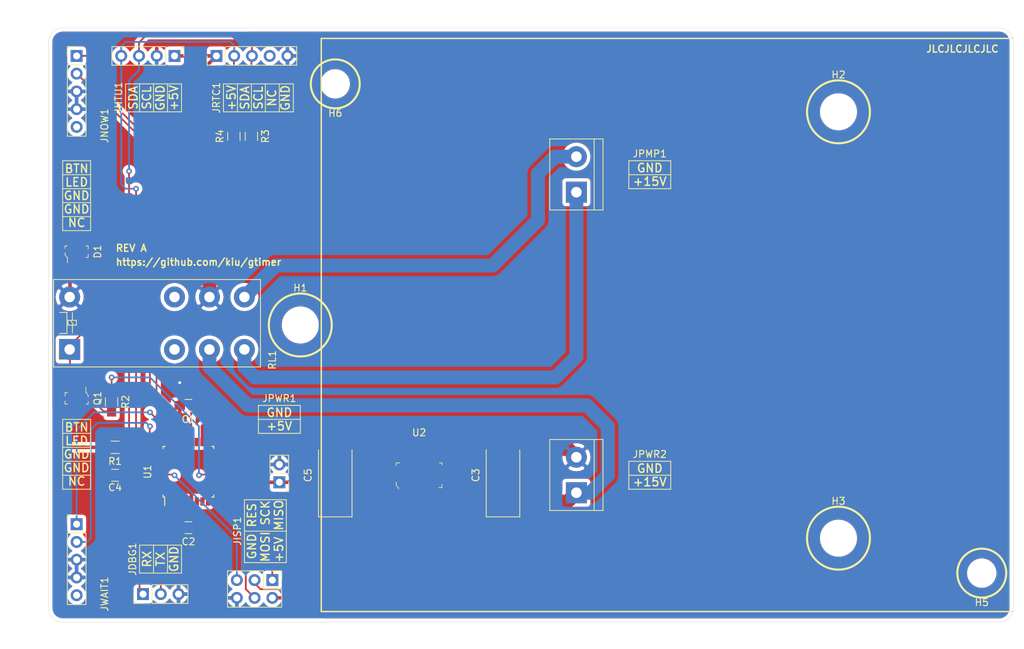
<source format=kicad_pcb>
(kicad_pcb (version 20171130) (host pcbnew "(5.1.8)-1")
  (title_block (title https://github.com/kiu/gtimer) (company @kiu112))
  (layers (0 F.Cu signal) (31 B.Cu signal) (34 B.Paste user) (35 F.Paste user) (36 B.SilkS user) (37 F.SilkS user) (38 B.Mask user) (39 F.Mask user) (44 Edge.Cuts user))
  (net 0 "")
  (net 1 GND)
  (net 2 "Net-(C1-Pad2)")
  (net 3 +5V)
  (net 4 +15V)
  (net 5 ISP_RES)
  (net 6 "Net-(D1-Pad2)")
  (net 7 BTN_NOW)
  (net 8 BTN_NOW_LED)
  (net 9 TWI_SCL)
  (net 10 TWI_SDA)
  (net 11 BTN_WAIT)
  (net 12 BTN_WAIT_LED)
  (net 13 DBG_RX)
  (net 14 DBG_TX)
  (net 15 ISP_MISO)
  (net 16 ISP_SCK)
  (net 17 ISP_MOSI)
  (net 18 "Net-(Q1-Pad1)")
  (net 19 RELAY)
  (net 20 "Net-(JPMP1-Pad1)")
  (net 21 "Net-(JPMP1-Pad2)")
  (module Pin_Headers:Pin_Header_Straight_1x05_Pitch2.54mm (layer F.Cu) (at 26 91)
    (fp_text reference JWAIT1 (at 4 10 90) (layer F.SilkS))
    (fp_text value Conn_01x04)
    (fp_line (start -1.33 11.49) (end 1.33 11.49) (layer F.SilkS) (width 0.12))
    (fp_line (start -1.33 1.27) (end -1.33 11.49) (layer F.SilkS) (width 0.12))
    (fp_line (start 1.33 1.27) (end 1.33 11.49) (layer F.SilkS) (width 0.12))
    (fp_line (start -1.33 1.27) (end 1.33 1.27) (layer F.SilkS) (width 0.12))
    (fp_line (start -1.33 0) (end -1.33 -1.33) (layer F.SilkS) (width 0.12))
    (fp_line (start -1.33 -1.33) (end 0 -1.33) (layer F.SilkS) (width 0.12))
    (pad 1 thru_hole rect (at 0 0) (size 1.7 1.7) (drill 1) (layers *.Cu *.Mask) (net 11 BTN_WAIT))
    (pad 2 thru_hole oval (at 0 2.54) (size 1.7 1.7) (drill 1) (layers *.Cu *.Mask) (net 12 BTN_WAIT_LED))
    (pad 3 thru_hole oval (at 0 5.08) (size 1.7 1.7) (drill 1) (layers *.Cu *.Mask) (net 1 GND))
    (pad 4 thru_hole oval (at 0 7.62) (size 1.7 1.7) (drill 1) (layers *.Cu *.Mask) (net 1 GND))
    (pad 5 thru_hole oval (at 0 10.16) (size 1.7 1.7) (drill 1) (layers *.Cu *.Mask))
  )
  (module Pin_Headers:Pin_Header_Straight_1x05_Pitch2.54mm (layer F.Cu) (at 26 24)
    (fp_text reference JNOW1 (at 4 10 90) (layer F.SilkS))
    (fp_text value Conn_01x04)
    (fp_line (start -1.33 11.49) (end 1.33 11.49) (layer F.SilkS) (width 0.12))
    (fp_line (start -1.33 1.27) (end -1.33 11.49) (layer F.SilkS) (width 0.12))
    (fp_line (start 1.33 1.27) (end 1.33 11.49) (layer F.SilkS) (width 0.12))
    (fp_line (start -1.33 1.27) (end 1.33 1.27) (layer F.SilkS) (width 0.12))
    (fp_line (start -1.33 0) (end -1.33 -1.33) (layer F.SilkS) (width 0.12))
    (fp_line (start -1.33 -1.33) (end 0 -1.33) (layer F.SilkS) (width 0.12))
    (pad 1 thru_hole rect (at 0 0) (size 1.7 1.7) (drill 1) (layers *.Cu *.Mask) (net 7 BTN_NOW))
    (pad 2 thru_hole oval (at 0 2.54) (size 1.7 1.7) (drill 1) (layers *.Cu *.Mask) (net 8 BTN_NOW_LED))
    (pad 3 thru_hole oval (at 0 5.08) (size 1.7 1.7) (drill 1) (layers *.Cu *.Mask) (net 1 GND))
    (pad 4 thru_hole oval (at 0 7.62) (size 1.7 1.7) (drill 1) (layers *.Cu *.Mask) (net 1 GND))
    (pad 5 thru_hole oval (at 0 10.16) (size 1.7 1.7) (drill 1) (layers *.Cu *.Mask))
  )
  (module digikey-footprints:SOT-23-3 (layer F.Cu) (at 26 52 90)
    (fp_text reference D1 (at 0 3 270) (layer F.SilkS))
    (fp_text value BAV99)
    (fp_line (start -0.175 -1.65) (end -0.45 -1.65) (layer F.SilkS) (width 0.1))
    (fp_line (start -0.45 -1.65) (end -0.825 -1.375) (layer F.SilkS) (width 0.1))
    (fp_line (start -0.825 -1.375) (end -0.825 -1.325) (layer F.SilkS) (width 0.1))
    (fp_line (start -0.825 -1.325) (end -1.6 -1.325) (layer F.SilkS) (width 0.1))
    (fp_line (start -0.35 1.65) (end -0.825 1.65) (layer F.SilkS) (width 0.1))
    (fp_line (start -0.825 1.65) (end -0.825 1.3) (layer F.SilkS) (width 0.1))
    (fp_line (start 0.825 1.425) (end 0.825 1.3) (layer F.SilkS) (width 0.1))
    (fp_line (start 0.825 1.35) (end 0.825 1.65) (layer F.SilkS) (width 0.1))
    (fp_line (start 0.825 1.65) (end 0.375 1.65) (layer F.SilkS) (width 0.1))
    (fp_line (start 0.45 -1.65) (end 0.825 -1.65) (layer F.SilkS) (width 0.1))
    (fp_line (start 0.825 -1.65) (end 0.825 -1.35) (layer F.SilkS) (width 0.1))
    (pad 1 smd rect (at -1.05 -0.95 90) (size 1.3 0.6) (layers F.Cu F.Paste F.Mask) (net 1 GND))
    (pad 2 smd rect (at -1.05 0.95 90) (size 1.3 0.6) (layers F.Cu F.Paste F.Mask) (net 6 "Net-(D1-Pad2)"))
    (pad 3 smd rect (at 1.05 0 90) (size 1.3 0.6) (layers F.Cu F.Paste F.Mask))
  )
  (module Mounting_Holes:MountingHole_3.2mm_M3 (layer F.Cu) (at 63 28 180)
    (fp_text reference H6 (at 0 -4.2) (layer F.SilkS))
    (fp_text value MountingHole)
    (pad 1 np_thru_hole circle (at 0 0 180) (size 3.2 3.2) (drill 3.2) (layers *.Cu *.Mask))
  )
  (module Mounting_Holes:MountingHole_3.2mm_M3 (layer F.Cu) (at 155.5 98 180)
    (fp_text reference H5 (at 0 -4.2) (layer F.SilkS))
    (fp_text value MountingHole)
    (pad 1 np_thru_hole circle (at 0 0 180) (size 3.2 3.2) (drill 3.2) (layers *.Cu *.Mask))
  )
  (module Mounting_Holes:MountingHole_4.3mm_M4 (layer F.Cu) (at 135 93)
    (fp_text reference H3 (at 0 -5.3) (layer F.SilkS))
    (fp_text value MountingHole)
    (pad 1 np_thru_hole circle (at 0 0) (size 4.3 4.3) (drill 4.3) (layers *.Cu *.Mask))
  )
  (module Mounting_Holes:MountingHole_4.3mm_M4 (layer F.Cu) (at 135 32)
    (fp_text reference H2 (at 0 -5.3) (layer F.SilkS))
    (fp_text value MountingHole)
    (pad 1 np_thru_hole circle (at 0 0) (size 4.3 4.3) (drill 4.3) (layers *.Cu *.Mask))
  )
  (module Mounting_Holes:MountingHole_4.3mm_M4 (layer F.Cu) (at 58 62.5)
    (fp_text reference H1 (at 0 -5.3) (layer F.SilkS))
    (fp_text value MountingHole)
    (pad 1 np_thru_hole circle (at 0 0) (size 4.3 4.3) (drill 4.3) (layers *.Cu *.Mask))
  )
  (module Pin_Headers:Pin_Header_Straight_1x05_Pitch2.54mm (layer F.Cu) (at 46 24 90)
    (fp_text reference JRTC1 (at -6 0 90) (layer F.SilkS))
    (fp_text value Conn_01x05)
    (fp_line (start -1.33 11.49) (end 1.33 11.49) (layer F.SilkS) (width 0.12))
    (fp_line (start -1.33 1.27) (end -1.33 11.49) (layer F.SilkS) (width 0.12))
    (fp_line (start 1.33 1.27) (end 1.33 11.49) (layer F.SilkS) (width 0.12))
    (fp_line (start -1.33 1.27) (end 1.33 1.27) (layer F.SilkS) (width 0.12))
    (fp_line (start -1.33 0) (end -1.33 -1.33) (layer F.SilkS) (width 0.12))
    (fp_line (start -1.33 -1.33) (end 0 -1.33) (layer F.SilkS) (width 0.12))
    (pad 1 thru_hole rect (at 0 0 90) (size 1.7 1.7) (drill 1) (layers *.Cu *.Mask) (net 3 +5V))
    (pad 2 thru_hole oval (at 0 2.54 90) (size 1.7 1.7) (drill 1) (layers *.Cu *.Mask) (net 10 TWI_SDA))
    (pad 3 thru_hole oval (at 0 5.08 90) (size 1.7 1.7) (drill 1) (layers *.Cu *.Mask) (net 9 TWI_SCL))
    (pad 4 thru_hole oval (at 0 7.62 90) (size 1.7 1.7) (drill 1) (layers *.Cu *.Mask))
    (pad 5 thru_hole oval (at 0 10.16 90) (size 1.7 1.7) (drill 1) (layers *.Cu *.Mask) (net 1 GND))
  )
  (module Terminal_Blocks:TerminalBlock_bornier-2_P5.08mm (layer F.Cu) (at 97.5 43.5 90)
    (fp_text reference JPMP1 (at 5.5 10.5 180) (layer F.SilkS))
    (fp_text value Screw_Terminal_01x02)
    (fp_line (start 7.62 2.54) (end -2.54 2.54) (layer F.SilkS) (width 0.12))
    (fp_line (start 7.62 3.81) (end 7.62 -3.81) (layer F.SilkS) (width 0.12))
    (fp_line (start 7.62 -3.81) (end -2.54 -3.81) (layer F.SilkS) (width 0.12))
    (fp_line (start -2.54 -3.81) (end -2.54 3.81) (layer F.SilkS) (width 0.12))
    (fp_line (start -2.54 3.81) (end 7.62 3.81) (layer F.SilkS) (width 0.12))
    (pad 1 thru_hole rect (at 0 0 90) (size 3 3) (drill 1.52) (layers *.Cu *.Mask) (net 20 "Net-(JPMP1-Pad1)"))
    (pad 2 thru_hole circle (at 5.08 0 90) (size 3 3) (drill 1.52) (layers *.Cu *.Mask) (net 21 "Net-(JPMP1-Pad2)"))
  )
  (module Terminal_Blocks:TerminalBlock_bornier-2_P5.08mm (layer F.Cu) (at 97.5 86.5 90)
    (fp_text reference JPWR2 (at 5.5 10.5 180) (layer F.SilkS))
    (fp_text value Screw_Terminal_01x02)
    (fp_line (start 7.62 2.54) (end -2.54 2.54) (layer F.SilkS) (width 0.12))
    (fp_line (start 7.62 3.81) (end 7.62 -3.81) (layer F.SilkS) (width 0.12))
    (fp_line (start 7.62 -3.81) (end -2.54 -3.81) (layer F.SilkS) (width 0.12))
    (fp_line (start -2.54 -3.81) (end -2.54 3.81) (layer F.SilkS) (width 0.12))
    (fp_line (start -2.54 3.81) (end 7.62 3.81) (layer F.SilkS) (width 0.12))
    (pad 1 thru_hole rect (at 0 0 90) (size 3 3) (drill 1.52) (layers *.Cu *.Mask) (net 4 +15V))
    (pad 2 thru_hole circle (at 5.08 0 90) (size 3 3) (drill 1.52) (layers *.Cu *.Mask) (net 1 GND))
  )
  (module digikey-footprints:SOT-223 (layer F.Cu) (at 75 84)
    (fp_text reference U2 (at 0 -6.1) (layer F.SilkS))
    (fp_text value NCP1117ST50T3G)
    (fp_line (start -3.275 0.975) (end -3.275 1.45) (layer F.SilkS) (width 0.1))
    (fp_line (start -3.275 1.45) (end -2.975 1.775) (layer F.SilkS) (width 0.1))
    (fp_line (start -2.975 1.775) (end -2.975 1.97) (layer F.SilkS) (width 0.1))
    (fp_line (start 3.275 1.3) (end 3.275 1.775) (layer F.SilkS) (width 0.1))
    (fp_line (start 3.275 1.775) (end 2.825 1.775) (layer F.SilkS) (width 0.1))
    (fp_line (start -2.775 -1.775) (end -3.275 -1.775) (layer F.SilkS) (width 0.1))
    (fp_line (start -3.275 -1.775) (end -3.275 -1.375) (layer F.SilkS) (width 0.1))
    (fp_line (start 2.9 -1.775) (end 3.275 -1.775) (layer F.SilkS) (width 0.1))
    (fp_line (start 3.275 -1.775) (end 3.275 -1.475) (layer F.SilkS) (width 0.1))
    (pad 4 smd rect (at 0 -3.15) (size 3.8 2.2) (layers F.Cu F.Paste F.Mask) (net 3 +5V))
    (pad 1 smd rect (at -2.3 3.15) (size 1.5 2.2) (layers F.Cu F.Paste F.Mask) (net 1 GND))
    (pad 2 smd rect (at 0 3.15) (size 1.5 2.2) (layers F.Cu F.Paste F.Mask) (net 3 +5V))
    (pad 3 smd rect (at 2.3 3.15) (size 1.5 2.2) (layers F.Cu F.Paste F.Mask) (net 4 +15V))
  )
  (module Housings_QFP:LQFP-32_7x7mm_Pitch0.8mm (layer F.Cu) (at 42 83.5 90)
    (fp_text reference U1 (at 0 -5.85 90) (layer F.SilkS))
    (fp_text value ATmega328PB-AU)
    (fp_line (start -3.625 -3.4) (end -4.85 -3.4) (layer F.SilkS) (width 0.15))
    (fp_line (start 3.625 -3.625) (end 3.325 -3.625) (layer F.SilkS) (width 0.15))
    (fp_line (start 3.625 3.625) (end 3.325 3.625) (layer F.SilkS) (width 0.15))
    (fp_line (start -3.625 3.625) (end -3.325 3.625) (layer F.SilkS) (width 0.15))
    (fp_line (start -3.625 -3.625) (end -3.325 -3.625) (layer F.SilkS) (width 0.15))
    (fp_line (start -3.625 3.625) (end -3.625 3.325) (layer F.SilkS) (width 0.15))
    (fp_line (start 3.625 3.625) (end 3.625 3.325) (layer F.SilkS) (width 0.15))
    (fp_line (start 3.625 -3.625) (end 3.625 -3.325) (layer F.SilkS) (width 0.15))
    (fp_line (start -3.625 -3.625) (end -3.625 -3.4) (layer F.SilkS) (width 0.15))
    (pad 1 smd rect (at -4.25 -2.8 90) (size 1.2 0.6) (layers F.Cu F.Paste F.Mask))
    (pad 2 smd rect (at -4.25 -2 90) (size 1.2 0.6) (layers F.Cu F.Paste F.Mask))
    (pad 3 smd rect (at -4.25 -1.2 90) (size 1.2 0.6) (layers F.Cu F.Paste F.Mask))
    (pad 4 smd rect (at -4.25 -0.4 90) (size 1.2 0.6) (layers F.Cu F.Paste F.Mask) (net 3 +5V))
    (pad 5 smd rect (at -4.25 0.4 90) (size 1.2 0.6) (layers F.Cu F.Paste F.Mask) (net 1 GND))
    (pad 6 smd rect (at -4.25 1.2 90) (size 1.2 0.6) (layers F.Cu F.Paste F.Mask))
    (pad 7 smd rect (at -4.25 2 90) (size 1.2 0.6) (layers F.Cu F.Paste F.Mask))
    (pad 8 smd rect (at -4.25 2.8 90) (size 1.2 0.6) (layers F.Cu F.Paste F.Mask))
    (pad 9 smd rect (at -2.8 4.25 180) (size 1.2 0.6) (layers F.Cu F.Paste F.Mask))
    (pad 10 smd rect (at -2 4.25 180) (size 1.2 0.6) (layers F.Cu F.Paste F.Mask))
    (pad 11 smd rect (at -1.2 4.25 180) (size 1.2 0.6) (layers F.Cu F.Paste F.Mask))
    (pad 12 smd rect (at -0.4 4.25 180) (size 1.2 0.6) (layers F.Cu F.Paste F.Mask) (net 19 RELAY))
    (pad 13 smd rect (at 0.4 4.25 180) (size 1.2 0.6) (layers F.Cu F.Paste F.Mask))
    (pad 14 smd rect (at 1.2 4.25 180) (size 1.2 0.6) (layers F.Cu F.Paste F.Mask))
    (pad 15 smd rect (at 2 4.25 180) (size 1.2 0.6) (layers F.Cu F.Paste F.Mask) (net 17 ISP_MOSI))
    (pad 16 smd rect (at 2.8 4.25 180) (size 1.2 0.6) (layers F.Cu F.Paste F.Mask) (net 15 ISP_MISO))
    (pad 17 smd rect (at 4.25 2.8 90) (size 1.2 0.6) (layers F.Cu F.Paste F.Mask) (net 16 ISP_SCK))
    (pad 18 smd rect (at 4.25 2 90) (size 1.2 0.6) (layers F.Cu F.Paste F.Mask) (net 3 +5V))
    (pad 19 smd rect (at 4.25 1.2 90) (size 1.2 0.6) (layers F.Cu F.Paste F.Mask))
    (pad 20 smd rect (at 4.25 0.4 90) (size 1.2 0.6) (layers F.Cu F.Paste F.Mask) (net 2 "Net-(C1-Pad2)"))
    (pad 21 smd rect (at 4.25 -0.4 90) (size 1.2 0.6) (layers F.Cu F.Paste F.Mask) (net 1 GND))
    (pad 22 smd rect (at 4.25 -1.2 90) (size 1.2 0.6) (layers F.Cu F.Paste F.Mask))
    (pad 23 smd rect (at 4.25 -2 90) (size 1.2 0.6) (layers F.Cu F.Paste F.Mask) (net 7 BTN_NOW))
    (pad 24 smd rect (at 4.25 -2.8 90) (size 1.2 0.6) (layers F.Cu F.Paste F.Mask) (net 8 BTN_NOW_LED))
    (pad 25 smd rect (at 2.8 -4.25 180) (size 1.2 0.6) (layers F.Cu F.Paste F.Mask) (net 11 BTN_WAIT))
    (pad 26 smd rect (at 2 -4.25 180) (size 1.2 0.6) (layers F.Cu F.Paste F.Mask) (net 12 BTN_WAIT_LED))
    (pad 27 smd rect (at 1.2 -4.25 180) (size 1.2 0.6) (layers F.Cu F.Paste F.Mask) (net 10 TWI_SDA))
    (pad 28 smd rect (at 0.4 -4.25 180) (size 1.2 0.6) (layers F.Cu F.Paste F.Mask) (net 9 TWI_SCL))
    (pad 29 smd rect (at -0.4 -4.25 180) (size 1.2 0.6) (layers F.Cu F.Paste F.Mask) (net 5 ISP_RES))
    (pad 30 smd rect (at -1.2 -4.25 180) (size 1.2 0.6) (layers F.Cu F.Paste F.Mask) (net 13 DBG_RX))
    (pad 31 smd rect (at -2 -4.25 180) (size 1.2 0.6) (layers F.Cu F.Paste F.Mask) (net 14 DBG_TX))
    (pad 32 smd rect (at -2.8 -4.25 180) (size 1.2 0.6) (layers F.Cu F.Paste F.Mask))
  )
  (module kiu-footprints:Relay_DPDT_Omron_G2RL-24 (layer F.Cu) (at 25 66 90)
    (fp_text reference RL1 (at -1.5 29 90) (layer F.SilkS))
    (fp_text value G2RL-24-DC5)
    (fp_line (start 4.17 -0.24) (end 3.47 -0.24) (layer F.SilkS) (width 0.12))
    (fp_line (start 4.17 0.96) (end 4.17 -0.24) (layer F.SilkS) (width 0.12))
    (fp_line (start 3.47 0.96) (end 4.17 0.96) (layer F.SilkS) (width 0.12))
    (fp_line (start 3.47 -0.24) (end 3.47 0.96) (layer F.SilkS) (width 0.12))
    (fp_line (start 3.47 0.56) (end 4.17 0.16) (layer F.SilkS) (width 0.12))
    (fp_line (start 4.17 0.39) (end 5.27 0.39) (layer F.SilkS) (width 0.12))
    (fp_line (start 3.47 0.39) (end 2.37 0.39) (layer F.SilkS) (width 0.12))
    (fp_line (start 5.3 -0.39) (end 5.3 -1.45) (layer F.SilkS) (width 0.12))
    (fp_line (start 2.3 -0.39) (end 5.3 -0.39) (layer F.SilkS) (width 0.12))
    (fp_line (start 2.3 -1.45) (end 2.3 -0.41) (layer F.SilkS) (width 0.12))
    (fp_line (start -2.5 -2.3) (end 10 -2.3) (layer F.SilkS) (width 0.12))
    (fp_line (start 10 -2.3) (end 10 27.3) (layer F.SilkS) (width 0.12))
    (fp_line (start -2.5 27.3) (end 10 27.3) (layer F.SilkS) (width 0.12))
    (fp_line (start -2.5 -2.3) (end -2.5 27.3) (layer F.SilkS) (width 0.12))
    (fp_line (start -1.51 -0.3) (end -1.51 -1.6) (layer F.SilkS) (width 0.12))
    (fp_line (start -1.51 -1.6) (end -0.3 -1.6) (layer F.SilkS) (width 0.12))
    (pad 1 thru_hole rect (at 0 0 90) (size 3 3) (drill 1.5) (layers *.Cu *.Mask) (net 6 "Net-(D1-Pad2)"))
    (pad 8 thru_hole circle (at 7.5 0 90) (size 3 3) (drill 1.5) (layers *.Cu *.Mask) (net 1 GND))
    (pad 3 thru_hole circle (at 0 20 90) (size 3 3) (drill 1.5) (layers *.Cu *.Mask) (net 4 +15V))
    (pad 4 thru_hole circle (at 0 25 90) (size 3 3) (drill 1.5) (layers *.Cu *.Mask) (net 20 "Net-(JPMP1-Pad1)"))
    (pad 2 thru_hole circle (at 0 15 90) (size 3 3) (drill 1.5) (layers *.Cu *.Mask))
    (pad 6 thru_hole circle (at 7.5 20 90) (size 3 3) (drill 1.5) (layers *.Cu *.Mask) (net 1 GND))
    (pad 5 thru_hole circle (at 7.5 25 90) (size 3 3) (drill 1.5) (layers *.Cu *.Mask) (net 21 "Net-(JPMP1-Pad2)"))
    (pad 7 thru_hole circle (at 7.5 15 90) (size 3 3) (drill 1.5) (layers *.Cu *.Mask))
  )
  (module Resistors_SMD:R_0805_HandSoldering (layer F.Cu) (at 48.5 35.5 90)
    (fp_text reference R4 (at 0 -2 90) (layer F.SilkS))
    (fp_text value 10k)
    (fp_line (start -0.6 -0.88) (end 0.6 -0.88) (layer F.SilkS) (width 0.12))
    (fp_line (start 0.6 0.88) (end -0.6 0.88) (layer F.SilkS) (width 0.12))
    (pad 1 smd rect (at -1.35 0 90) (size 1.5 1.3) (layers F.Cu F.Paste F.Mask) (net 3 +5V))
    (pad 2 smd rect (at 1.35 0 90) (size 1.5 1.3) (layers F.Cu F.Paste F.Mask) (net 10 TWI_SDA))
  )
  (module Resistors_SMD:R_0805_HandSoldering (layer F.Cu) (at 51 35.5 90)
    (fp_text reference R3 (at 0 2 90) (layer F.SilkS))
    (fp_text value 10k)
    (fp_line (start -0.6 -0.88) (end 0.6 -0.88) (layer F.SilkS) (width 0.12))
    (fp_line (start 0.6 0.88) (end -0.6 0.88) (layer F.SilkS) (width 0.12))
    (pad 1 smd rect (at -1.35 0 90) (size 1.5 1.3) (layers F.Cu F.Paste F.Mask) (net 3 +5V))
    (pad 2 smd rect (at 1.35 0 90) (size 1.5 1.3) (layers F.Cu F.Paste F.Mask) (net 9 TWI_SCL))
  )
  (module Resistors_SMD:R_0805_HandSoldering (layer F.Cu) (at 31 73.5 90)
    (fp_text reference R2 (at 0 2 90) (layer F.SilkS))
    (fp_text value 1k)
    (fp_line (start -0.6 -0.88) (end 0.6 -0.88) (layer F.SilkS) (width 0.12))
    (fp_line (start 0.6 0.88) (end -0.6 0.88) (layer F.SilkS) (width 0.12))
    (pad 1 smd rect (at -1.35 0 90) (size 1.5 1.3) (layers F.Cu F.Paste F.Mask) (net 18 "Net-(Q1-Pad1)"))
    (pad 2 smd rect (at 1.35 0 90) (size 1.5 1.3) (layers F.Cu F.Paste F.Mask) (net 19 RELAY))
  )
  (module Resistors_SMD:R_0805_HandSoldering (layer F.Cu) (at 31.5 80)
    (fp_text reference R1 (at 0 2) (layer F.SilkS))
    (fp_text value 10k)
    (fp_line (start -0.6 -0.88) (end 0.6 -0.88) (layer F.SilkS) (width 0.12))
    (fp_line (start 0.6 0.88) (end -0.6 0.88) (layer F.SilkS) (width 0.12))
    (pad 1 smd rect (at -1.35 0) (size 1.5 1.3) (layers F.Cu F.Paste F.Mask) (net 3 +5V))
    (pad 2 smd rect (at 1.35 0) (size 1.5 1.3) (layers F.Cu F.Paste F.Mask) (net 5 ISP_RES))
  )
  (module digikey-footprints:SOT-23-3 (layer F.Cu) (at 26 73 270)
    (fp_text reference Q1 (at 0 -3 270) (layer F.SilkS))
    (fp_text value BC847)
    (fp_line (start -0.175 -1.65) (end -0.45 -1.65) (layer F.SilkS) (width 0.1))
    (fp_line (start -0.45 -1.65) (end -0.825 -1.375) (layer F.SilkS) (width 0.1))
    (fp_line (start -0.825 -1.375) (end -0.825 -1.325) (layer F.SilkS) (width 0.1))
    (fp_line (start -0.825 -1.325) (end -1.6 -1.325) (layer F.SilkS) (width 0.1))
    (fp_line (start -0.35 1.65) (end -0.825 1.65) (layer F.SilkS) (width 0.1))
    (fp_line (start -0.825 1.65) (end -0.825 1.3) (layer F.SilkS) (width 0.1))
    (fp_line (start 0.825 1.425) (end 0.825 1.3) (layer F.SilkS) (width 0.1))
    (fp_line (start 0.825 1.35) (end 0.825 1.65) (layer F.SilkS) (width 0.1))
    (fp_line (start 0.825 1.65) (end 0.375 1.65) (layer F.SilkS) (width 0.1))
    (fp_line (start 0.45 -1.65) (end 0.825 -1.65) (layer F.SilkS) (width 0.1))
    (fp_line (start 0.825 -1.65) (end 0.825 -1.35) (layer F.SilkS) (width 0.1))
    (pad 1 smd rect (at -1.05 -0.95 270) (size 1.3 0.6) (layers F.Cu F.Paste F.Mask) (net 18 "Net-(Q1-Pad1)"))
    (pad 2 smd rect (at -1.05 0.95 270) (size 1.3 0.6) (layers F.Cu F.Paste F.Mask) (net 6 "Net-(D1-Pad2)"))
    (pad 3 smd rect (at 1.05 0 270) (size 1.3 0.6) (layers F.Cu F.Paste F.Mask) (net 3 +5V))
  )
  (module Pin_Headers:Pin_Header_Straight_1x02_Pitch2.54mm (layer F.Cu) (at 55 85 180)
    (fp_text reference JPWR1 (at 0 12 180) (layer F.SilkS))
    (fp_text value Conn_01x02)
    (fp_line (start -1.33 -1.33) (end 0 -1.33) (layer F.SilkS) (width 0.12))
    (fp_line (start -1.33 0) (end -1.33 -1.33) (layer F.SilkS) (width 0.12))
    (fp_line (start -1.33 1.27) (end 1.33 1.27) (layer F.SilkS) (width 0.12))
    (fp_line (start 1.33 1.27) (end 1.33 3.87) (layer F.SilkS) (width 0.12))
    (fp_line (start -1.33 1.27) (end -1.33 3.87) (layer F.SilkS) (width 0.12))
    (fp_line (start -1.33 3.87) (end 1.33 3.87) (layer F.SilkS) (width 0.12))
    (pad 1 thru_hole rect (at 0 0 180) (size 1.7 1.7) (drill 1) (layers *.Cu *.Mask) (net 3 +5V))
    (pad 2 thru_hole oval (at 0 2.54 180) (size 1.7 1.7) (drill 1) (layers *.Cu *.Mask) (net 1 GND))
  )
  (module Pin_Headers:Pin_Header_Straight_2x03_Pitch2.54mm (layer F.Cu) (at 54 99 270)
    (fp_text reference JISP1 (at -7 5 90) (layer F.SilkS))
    (fp_text value Conn_02x03_Odd_Even)
    (fp_line (start -1.33 -1.33) (end 0 -1.33) (layer F.SilkS) (width 0.12))
    (fp_line (start -1.33 0) (end -1.33 -1.33) (layer F.SilkS) (width 0.12))
    (fp_line (start 1.27 -1.33) (end 3.87 -1.33) (layer F.SilkS) (width 0.12))
    (fp_line (start 1.27 1.27) (end 1.27 -1.33) (layer F.SilkS) (width 0.12))
    (fp_line (start -1.33 1.27) (end 1.27 1.27) (layer F.SilkS) (width 0.12))
    (fp_line (start 3.87 -1.33) (end 3.87 6.41) (layer F.SilkS) (width 0.12))
    (fp_line (start -1.33 1.27) (end -1.33 6.41) (layer F.SilkS) (width 0.12))
    (fp_line (start -1.33 6.41) (end 3.87 6.41) (layer F.SilkS) (width 0.12))
    (pad 1 thru_hole rect (at 0 0 270) (size 1.7 1.7) (drill 1) (layers *.Cu *.Mask) (net 15 ISP_MISO))
    (pad 2 thru_hole oval (at 2.54 0 270) (size 1.7 1.7) (drill 1) (layers *.Cu *.Mask) (net 3 +5V))
    (pad 3 thru_hole oval (at 0 2.54 270) (size 1.7 1.7) (drill 1) (layers *.Cu *.Mask) (net 16 ISP_SCK))
    (pad 4 thru_hole oval (at 2.54 2.54 270) (size 1.7 1.7) (drill 1) (layers *.Cu *.Mask) (net 17 ISP_MOSI))
    (pad 5 thru_hole oval (at 0 5.08 270) (size 1.7 1.7) (drill 1) (layers *.Cu *.Mask) (net 5 ISP_RES))
    (pad 6 thru_hole oval (at 2.54 5.08 270) (size 1.7 1.7) (drill 1) (layers *.Cu *.Mask) (net 1 GND))
  )
  (module Pin_Headers:Pin_Header_Straight_1x03_Pitch2.54mm (layer F.Cu) (at 35.5 101 90)
    (fp_text reference JDBG1 (at 5 -1.5 90) (layer F.SilkS))
    (fp_text value Conn_01x03)
    (fp_line (start -1.33 -1.33) (end 0 -1.33) (layer F.SilkS) (width 0.12))
    (fp_line (start -1.33 0) (end -1.33 -1.33) (layer F.SilkS) (width 0.12))
    (fp_line (start -1.33 1.27) (end 1.33 1.27) (layer F.SilkS) (width 0.12))
    (fp_line (start 1.33 1.27) (end 1.33 6.41) (layer F.SilkS) (width 0.12))
    (fp_line (start -1.33 1.27) (end -1.33 6.41) (layer F.SilkS) (width 0.12))
    (fp_line (start -1.33 6.41) (end 1.33 6.41) (layer F.SilkS) (width 0.12))
    (pad 1 thru_hole rect (at 0 0 90) (size 1.7 1.7) (drill 1) (layers *.Cu *.Mask) (net 13 DBG_RX))
    (pad 2 thru_hole oval (at 0 2.54 90) (size 1.7 1.7) (drill 1) (layers *.Cu *.Mask) (net 14 DBG_TX))
    (pad 3 thru_hole oval (at 0 5.08 90) (size 1.7 1.7) (drill 1) (layers *.Cu *.Mask) (net 1 GND))
  )
  (module Pin_Headers:Pin_Header_Straight_1x04_Pitch2.54mm (layer F.Cu) (at 40 24 270)
    (fp_text reference JHTU1 (at 6 8 90) (layer F.SilkS))
    (fp_text value Conn_01x04)
    (fp_line (start -1.33 -1.33) (end 0 -1.33) (layer F.SilkS) (width 0.12))
    (fp_line (start -1.33 0) (end -1.33 -1.33) (layer F.SilkS) (width 0.12))
    (fp_line (start -1.33 1.27) (end 1.33 1.27) (layer F.SilkS) (width 0.12))
    (fp_line (start 1.33 1.27) (end 1.33 8.95) (layer F.SilkS) (width 0.12))
    (fp_line (start -1.33 1.27) (end -1.33 8.95) (layer F.SilkS) (width 0.12))
    (fp_line (start -1.33 8.95) (end 1.33 8.95) (layer F.SilkS) (width 0.12))
    (pad 1 thru_hole rect (at 0 0 270) (size 1.7 1.7) (drill 1) (layers *.Cu *.Mask) (net 3 +5V))
    (pad 2 thru_hole oval (at 0 2.54 270) (size 1.7 1.7) (drill 1) (layers *.Cu *.Mask) (net 1 GND))
    (pad 3 thru_hole oval (at 0 5.08 270) (size 1.7 1.7) (drill 1) (layers *.Cu *.Mask) (net 9 TWI_SCL))
    (pad 4 thru_hole oval (at 0 7.62 270) (size 1.7 1.7) (drill 1) (layers *.Cu *.Mask) (net 10 TWI_SDA))
  )
  (module Capacitors_Tantalum_SMD:CP_Tantalum_Case-D_EIA-7343-31_Hand (layer F.Cu) (at 63 84 90)
    (fp_text reference C5 (at 0 -3.9 90) (layer F.SilkS))
    (fp_text value 10uF)
    (fp_line (start -5.95 -2.4) (end -5.95 2.4) (layer F.SilkS) (width 0.12))
    (fp_line (start -5.95 2.4) (end 3.65 2.4) (layer F.SilkS) (width 0.12))
    (fp_line (start -5.95 -2.4) (end 3.65 -2.4) (layer F.SilkS) (width 0.12))
    (pad 1 smd rect (at -3.775 0 90) (size 3.75 2.7) (layers F.Cu F.Paste F.Mask) (net 3 +5V))
    (pad 2 smd rect (at 3.775 0 90) (size 3.75 2.7) (layers F.Cu F.Paste F.Mask) (net 1 GND))
  )
  (module Capacitors_SMD:C_0805_HandSoldering (layer F.Cu) (at 31.5 84 180)
    (fp_text reference C4 (at 0 -1.75) (layer F.SilkS))
    (fp_text value 100nF)
    (fp_line (start -0.5 0.85) (end 0.5 0.85) (layer F.SilkS) (width 0.12))
    (fp_line (start 0.5 -0.85) (end -0.5 -0.85) (layer F.SilkS) (width 0.12))
    (pad 1 smd rect (at -1.25 0 180) (size 1.5 1.25) (layers F.Cu F.Paste F.Mask) (net 5 ISP_RES))
    (pad 2 smd rect (at 1.25 0 180) (size 1.5 1.25) (layers F.Cu F.Paste F.Mask) (net 1 GND))
  )
  (module Capacitors_Tantalum_SMD:CP_Tantalum_Case-D_EIA-7343-31_Hand (layer F.Cu) (at 87 84 90)
    (fp_text reference C3 (at 0 -3.9 90) (layer F.SilkS))
    (fp_text value 10uF)
    (fp_line (start -5.95 -2.4) (end -5.95 2.4) (layer F.SilkS) (width 0.12))
    (fp_line (start -5.95 2.4) (end 3.65 2.4) (layer F.SilkS) (width 0.12))
    (fp_line (start -5.95 -2.4) (end 3.65 -2.4) (layer F.SilkS) (width 0.12))
    (pad 1 smd rect (at -3.775 0 90) (size 3.75 2.7) (layers F.Cu F.Paste F.Mask) (net 4 +15V))
    (pad 2 smd rect (at 3.775 0 90) (size 3.75 2.7) (layers F.Cu F.Paste F.Mask) (net 1 GND))
  )
  (module Capacitors_SMD:C_0805_HandSoldering (layer F.Cu) (at 42 91.5)
    (fp_text reference C2 (at 0 2) (layer F.SilkS))
    (fp_text value 100nF)
    (fp_line (start -0.5 0.85) (end 0.5 0.85) (layer F.SilkS) (width 0.12))
    (fp_line (start 0.5 -0.85) (end -0.5 -0.85) (layer F.SilkS) (width 0.12))
    (pad 1 smd rect (at -1.25 0) (size 1.5 1.25) (layers F.Cu F.Paste F.Mask) (net 3 +5V))
    (pad 2 smd rect (at 1.25 0) (size 1.5 1.25) (layers F.Cu F.Paste F.Mask) (net 1 GND))
  )
  (module Capacitors_SMD:C_0805_HandSoldering (layer F.Cu) (at 42 74)
    (fp_text reference C1 (at 0 2) (layer F.SilkS))
    (fp_text value 100nF)
    (fp_line (start -0.5 0.85) (end 0.5 0.85) (layer F.SilkS) (width 0.12))
    (fp_line (start 0.5 -0.85) (end -0.5 -0.85) (layer F.SilkS) (width 0.12))
    (pad 1 smd rect (at -1.25 0) (size 1.5 1.25) (layers F.Cu F.Paste F.Mask) (net 1 GND))
    (pad 2 smd rect (at 1.25 0) (size 1.5 1.25) (layers F.Cu F.Paste F.Mask) (net 2 "Net-(C1-Pad2)"))
  )
  (gr_text JLCJLCJLCJLC (at 158 23) (layer F.SilkS) (effects (font (size 1 1) (thickness 0.2)) (justify right)))
  (gr_arc (start 158 103) (end 158 105) (angle -90) (layer Edge.Cuts) (width 0.05))
  (gr_arc (start 158 22) (end 160 22) (angle -90) (layer Edge.Cuts) (width 0.05))
  (gr_line (start 50 87.5) (end 56 87.5) (layer F.SilkS) (width 0.12))
  (gr_line (start 50 96.5) (end 50 87.5) (layer F.SilkS) (width 0.12))
  (gr_line (start 56 96.5) (end 50 96.5) (layer F.SilkS) (width 0.12))
  (gr_line (start 56 87.5) (end 56 96.5) (layer F.SilkS) (width 0.12))
  (gr_line (start 50 92) (end 56 92) (layer F.SilkS) (width 0.12))
  (gr_text "GND RES\nMOSI SCK\n+5V MISO" (at 53 92 90) (layer F.SilkS) (effects (font (size 1.2 1.2) (thickness 0.2))))
  (gr_line (start 35 98) (end 41 98) (layer F.SilkS) (width 0.12))
  (gr_line (start 35 94) (end 35 98) (layer F.SilkS) (width 0.12))
  (gr_line (start 41 94) (end 35 94) (layer F.SilkS) (width 0.12))
  (gr_text "RX\nTX\nGND" (at 38 96 90) (layer F.SilkS) (effects (font (size 1.2 1.2) (thickness 0.2))))
  (gr_line (start 41 98) (end 41 94) (layer F.SilkS) (width 0.12))
  (gr_line (start 37 98) (end 37 94) (layer F.SilkS) (width 0.12))
  (gr_line (start 39 98) (end 39 94) (layer F.SilkS) (width 0.12))
  (gr_text "SDA\nSCL\nGND\n+5V" (at 37 30 90) (layer F.SilkS) (effects (font (size 1.2 1.2) (thickness 0.2))))
  (gr_line (start 41 28) (end 33 28) (layer F.SilkS) (width 0.12))
  (gr_line (start 37 32) (end 37 28) (layer F.SilkS) (width 0.12))
  (gr_line (start 35 32) (end 35 28) (layer F.SilkS) (width 0.12))
  (gr_line (start 41 32) (end 41 28) (layer F.SilkS) (width 0.12))
  (gr_line (start 33 32) (end 41 32) (layer F.SilkS) (width 0.12))
  (gr_line (start 39 32) (end 39 28) (layer F.SilkS) (width 0.12))
  (gr_line (start 33 32) (end 33 28) (layer F.SilkS) (width 0.12))
  (gr_text "+5V\nSDA\nSCL\nNC\nGND" (at 52 30 90) (layer F.SilkS) (effects (font (size 1.2 1.2) (thickness 0.2))))
  (gr_line (start 57 28) (end 49 28) (layer F.SilkS) (width 0.12))
  (gr_line (start 49 32) (end 57 32) (layer F.SilkS) (width 0.12))
  (gr_line (start 55 32) (end 55 28) (layer F.SilkS) (width 0.12))
  (gr_line (start 49 32) (end 49 28) (layer F.SilkS) (width 0.12))
  (gr_line (start 49 32) (end 47 32) (layer F.SilkS) (width 0.12))
  (gr_line (start 47 32) (end 47 28) (layer F.SilkS) (width 0.12))
  (gr_line (start 47 28) (end 49 28) (layer F.SilkS) (width 0.12))
  (gr_line (start 53 32) (end 53 28) (layer F.SilkS) (width 0.12))
  (gr_line (start 51 32) (end 51 28) (layer F.SilkS) (width 0.12))
  (gr_line (start 57 32) (end 57 28) (layer F.SilkS) (width 0.12))
  (gr_line (start 24 41) (end 24 49) (layer F.SilkS) (width 0.12))
  (gr_line (start 28 49) (end 28 41) (layer F.SilkS) (width 0.12))
  (gr_text "BTN\nLED\nGND\nGND\nNC" (at 26 44) (layer F.SilkS) (effects (font (size 1.2 1.2) (thickness 0.2))))
  (gr_line (start 24 49) (end 28 49) (layer F.SilkS) (width 0.12))
  (gr_line (start 24 45) (end 28 45) (layer F.SilkS) (width 0.12))
  (gr_line (start 28 39) (end 28 41) (layer F.SilkS) (width 0.12))
  (gr_line (start 24 41) (end 24 39) (layer F.SilkS) (width 0.12))
  (gr_line (start 24 41) (end 28 41) (layer F.SilkS) (width 0.12))
  (gr_line (start 24 43) (end 28 43) (layer F.SilkS) (width 0.12))
  (gr_line (start 24 39) (end 28 39) (layer F.SilkS) (width 0.12))
  (gr_line (start 24 47) (end 28 47) (layer F.SilkS) (width 0.12))
  (gr_line (start 24 84) (end 28 84) (layer F.SilkS) (width 0.12))
  (gr_line (start 24 82) (end 28 82) (layer F.SilkS) (width 0.12))
  (gr_line (start 24 80) (end 28 80) (layer F.SilkS) (width 0.12))
  (gr_line (start 24 78) (end 28 78) (layer F.SilkS) (width 0.12))
  (gr_line (start 24 86) (end 24 76) (layer F.SilkS) (width 0.12))
  (gr_line (start 28 86) (end 24 86) (layer F.SilkS) (width 0.12))
  (gr_line (start 28 76) (end 28 86) (layer F.SilkS) (width 0.12))
  (gr_line (start 24 76) (end 28 76) (layer F.SilkS) (width 0.12))
  (gr_text "BTN\nLED\nGND\nGND\nNC" (at 26 81) (layer F.SilkS) (effects (font (size 1.2 1.2) (thickness 0.2))))
  (gr_line (start 105 39) (end 105 43) (layer F.SilkS) (width 0.12))
  (gr_line (start 105 41) (end 111 41) (layer F.SilkS) (width 0.12))
  (gr_line (start 111 39) (end 105 39) (layer F.SilkS) (width 0.12))
  (gr_line (start 111 43) (end 111 39) (layer F.SilkS) (width 0.12))
  (gr_line (start 105 43) (end 111 43) (layer F.SilkS) (width 0.12))
  (gr_text "GND\n+15V" (at 108 41) (layer F.SilkS) (effects (font (size 1.2 1.2) (thickness 0.2))))
  (gr_line (start 22 103) (end 22 22) (layer Edge.Cuts) (width 0.05))
  (gr_line (start 160 22) (end 160 103) (layer Edge.Cuts) (width 0.05))
  (gr_line (start 24 105) (end 158 105) (layer Edge.Cuts) (width 0.05))
  (gr_line (start 158 20) (end 24 20) (layer Edge.Cuts) (width 0.05))
  (gr_arc (start 24 103) (end 22 103) (angle -90) (layer Edge.Cuts) (width 0.05))
  (gr_arc (start 24 22) (end 24 20) (angle -90) (layer Edge.Cuts) (width 0.05))
  (gr_circle (center 63 28) (end 59.5 28) (layer F.SilkS) (width 0.3))
  (gr_circle (center 155.5 98) (end 152 98) (layer F.SilkS) (width 0.3))
  (gr_circle (center 135 93) (end 139.5 93) (layer F.SilkS) (width 0.3))
  (gr_circle (center 58 62.5) (end 62.5 62.5) (layer F.SilkS) (width 0.3))
  (gr_circle (center 135 32) (end 139.5 32) (layer F.SilkS) (width 0.3))
  (gr_line (start 61 103.5) (end 160 103.5) (layer F.SilkS) (width 0.2))
  (gr_line (start 61 21.5) (end 61 103.5) (layer F.SilkS) (width 0.2))
  (gr_line (start 160 21.5) (end 61 21.5) (layer F.SilkS) (width 0.2))
  (gr_text "REV A" (at 31.5 51.5) (layer F.SilkS) (effects (font (size 1 1) (thickness 0.2)) (justify left)))
  (gr_text https://github.com/kiu/gtimer (at 31.5 53.5) (layer F.SilkS) (effects (font (size 1 1) (thickness 0.2)) (justify left)))
  (gr_text "GND\n+5V\n" (at 55 76) (layer F.SilkS) (effects (font (size 1.2 1.2) (thickness 0.2))))
  (gr_line (start 52 74) (end 52 78) (layer F.SilkS) (width 0.12))
  (gr_line (start 52 78) (end 58 78) (layer F.SilkS) (width 0.12))
  (gr_line (start 58 74) (end 52 74) (layer F.SilkS) (width 0.12))
  (gr_line (start 58 78) (end 58 74) (layer F.SilkS) (width 0.12))
  (gr_line (start 52 76) (end 58 76) (layer F.SilkS) (width 0.12))
  (gr_line (start 105 82) (end 105 86) (layer F.SilkS) (width 0.12))
  (gr_line (start 111 82) (end 105 82) (layer F.SilkS) (width 0.12))
  (gr_line (start 111 86) (end 111 82) (layer F.SilkS) (width 0.12))
  (gr_line (start 105 86) (end 111 86) (layer F.SilkS) (width 0.12))
  (gr_line (start 105 84) (end 111 84) (layer F.SilkS) (width 0.12))
  (gr_text "GND\n+15V\n" (at 108 84) (layer F.SilkS) (effects (font (size 1.2 1.2) (thickness 0.2))))
  (segment (start 63 80.225) (end 65.775 80.225) (width 0.5) (layer F.Cu) (net 1))
  (segment (start 83.775 80.225) (end 87 80.225) (width 0.5) (layer F.Cu) (net 1))
  (segment (start 81.55 78) (end 83.775 80.225) (width 0.5) (layer F.Cu) (net 1))
  (segment (start 68 78) (end 81.55 78) (width 0.5) (layer F.Cu) (net 1))
  (segment (start 65.775 80.225) (end 68 78) (width 0.5) (layer F.Cu) (net 1))
  (segment (start 40.75 77.05) (end 41.6 77.9) (width 0.5) (layer F.Cu) (net 1))
  (segment (start 40.75 74) (end 40.75 77.05) (width 0.5) (layer F.Cu) (net 1))
  (segment (start 41.6 79.25) (end 41.6 77.9) (width 0.5) (layer F.Cu) (net 1))
  (segment (start 60.765 82.46) (end 63 80.225) (width 0.5) (layer F.Cu) (net 1))
  (segment (start 55 82.46) (end 60.765 82.46) (width 0.5) (layer F.Cu) (net 1))
  (segment (start 42.4 87.75) (end 42.4 85.9) (width 0.5) (layer F.Cu) (net 1))
  (segment (start 41.6 85.1) (end 41.6 79.25) (width 0.5) (layer F.Cu) (net 1))
  (segment (start 42.4 85.9) (end 41.6 85.1) (width 0.5) (layer F.Cu) (net 1))
  (segment (start 43.25 90.25) (end 43.25 91.5) (width 0.5) (layer F.Cu) (net 1))
  (segment (start 42.4 89.4) (end 43.25 90.25) (width 0.5) (layer F.Cu) (net 1))
  (segment (start 42.4 87.75) (end 42.4 89.4) (width 0.5) (layer F.Cu) (net 1))
  (via (at 40.75 70.75) (size 0.8) (drill 0.4) (layers F.Cu B.Cu) (net 1))
  (segment (start 96.305 80.225) (end 97.5 81.42) (width 2) (layer F.Cu) (net 1))
  (segment (start 87 80.225) (end 96.305 80.225) (width 2) (layer F.Cu) (net 1))
  (segment (start 65.775 82.775) (end 65.775 80.225) (width 0.5) (layer F.Cu) (net 1))
  (segment (start 65.775 85.275) (end 65.775 82.775) (width 0.5) (layer F.Cu) (net 1))
  (segment (start 67.65 87.15) (end 65.775 85.275) (width 0.5) (layer F.Cu) (net 1))
  (segment (start 72.7 87.15) (end 67.65 87.15) (width 0.5) (layer F.Cu) (net 1))
  (segment (start 25.05 58.45) (end 25 58.5) (width 0.5) (layer F.Cu) (net 1))
  (segment (start 25.05 53.05) (end 25.05 58.45) (width 0.5) (layer F.Cu) (net 1))
  (segment (start 87 58.5) (end 87 80.225) (width 2) (layer F.Cu) (net 1))
  (segment (start 82.5 54) (end 87 58.5) (width 2) (layer F.Cu) (net 1))
  (segment (start 46.5 54) (end 82.5 54) (width 2) (layer F.Cu) (net 1))
  (segment (start 45 55.5) (end 46.5 54) (width 2) (layer F.Cu) (net 1))
  (segment (start 45 58.5) (end 45 55.5) (width 2) (layer F.Cu) (net 1))
  (segment (start 42.4 74.85) (end 43.25 74) (width 0.25) (layer F.Cu) (net 2))
  (segment (start 42.4 79.25) (end 42.4 74.85) (width 0.25) (layer F.Cu) (net 2))
  (segment (start 75 87.15) (end 75 80.85) (width 0.5) (layer F.Cu) (net 3))
  (segment (start 40 24) (end 46 24) (width 0.5) (layer F.Cu) (net 3))
  (segment (start 46.85 36.85) (end 48.5 36.85) (width 0.5) (layer F.Cu) (net 3))
  (segment (start 48.5 36.85) (end 51 36.85) (width 0.5) (layer F.Cu) (net 3))
  (segment (start 56 101.54) (end 61.46 101.54) (width 0.5) (layer F.Cu) (net 3))
  (segment (start 24.5 80) (end 23.5 81) (width 0.5) (layer F.Cu) (net 3))
  (segment (start 30.15 80) (end 24.5 80) (width 0.5) (layer F.Cu) (net 3))
  (segment (start 23.5 76.55) (end 23.5 81) (width 0.5) (layer F.Cu) (net 3))
  (segment (start 63 87.775) (end 63 100) (width 0.5) (layer F.Cu) (net 3))
  (segment (start 61.46 101.54) (end 63 100) (width 0.5) (layer F.Cu) (net 3))
  (segment (start 60.225 85) (end 63 87.775) (width 0.5) (layer F.Cu) (net 3))
  (segment (start 55 85) (end 60.225 85) (width 0.5) (layer F.Cu) (net 3))
  (segment (start 63 101.5) (end 63 100) (width 0.5) (layer F.Cu) (net 3))
  (segment (start 60.5 104) (end 63 101.5) (width 0.5) (layer F.Cu) (net 3))
  (segment (start 23.5 102.5) (end 25 104) (width 0.5) (layer F.Cu) (net 3))
  (segment (start 23.5 81) (end 23.5 102.5) (width 0.5) (layer F.Cu) (net 3))
  (segment (start 26 74.05) (end 23.95 74.05) (width 0.5) (layer F.Cu) (net 3))
  (segment (start 23.5 74.5) (end 23.5 76.55) (width 0.5) (layer F.Cu) (net 3))
  (segment (start 23.95 74.05) (end 23.5 74.5) (width 0.5) (layer F.Cu) (net 3))
  (segment (start 75 89) (end 75 87.15) (width 0.5) (layer F.Cu) (net 3))
  (segment (start 74.1125 89.8875) (end 75 89) (width 0.5) (layer F.Cu) (net 3))
  (segment (start 65.1125 89.8875) (end 74.1125 89.8875) (width 0.5) (layer F.Cu) (net 3))
  (segment (start 63 87.775) (end 65.1125 89.8875) (width 0.5) (layer F.Cu) (net 3))
  (segment (start 40.75 91.5) (end 40.75 95.75) (width 0.5) (layer F.Cu) (net 3))
  (segment (start 44.65 36.85) (end 46.85 36.85) (width 0.5) (layer F.Cu) (net 3))
  (segment (start 43.467501 38.032499) (end 44.65 36.85) (width 0.5) (layer F.Cu) (net 3))
  (segment (start 43.467501 26.532499) (end 46 24) (width 0.5) (layer F.Cu) (net 3))
  (segment (start 52.5 84) (end 52.5 79.5) (width 0.5) (layer F.Cu) (net 3))
  (segment (start 53.5 85) (end 52.5 84) (width 0.5) (layer F.Cu) (net 3))
  (segment (start 55 85) (end 53.5 85) (width 0.5) (layer F.Cu) (net 3))
  (segment (start 44 77) (end 47 74) (width 0.5) (layer F.Cu) (net 3))
  (segment (start 44 79.25) (end 44 77) (width 0.5) (layer F.Cu) (net 3))
  (segment (start 52.5 79.5) (end 47 74) (width 0.5) (layer F.Cu) (net 3))
  (segment (start 40.75 91.5) (end 40.75 90.25) (width 0.5) (layer F.Cu) (net 3))
  (segment (start 41.6 89.4) (end 40.75 90.25) (width 0.5) (layer F.Cu) (net 3))
  (segment (start 41.6 87.75) (end 41.6 89.4) (width 0.5) (layer F.Cu) (net 3))
  (segment (start 46.5 104) (end 60.5 104) (width 0.5) (layer F.Cu) (net 3))
  (segment (start 45.5 104) (end 46.5 104) (width 0.5) (layer F.Cu) (net 3))
  (segment (start 56 101.54) (end 54 101.54) (width 0.5) (layer F.Cu) (net 3))
  (segment (start 45 104) (end 45.5 104) (width 0.5) (layer F.Cu) (net 3))
  (segment (start 25 104) (end 45 104) (width 0.5) (layer F.Cu) (net 3))
  (segment (start 40.75 95.75) (end 44.5 99.5) (width 0.5) (layer F.Cu) (net 3))
  (segment (start 44.5 103) (end 45.5 104) (width 0.5) (layer F.Cu) (net 3))
  (segment (start 44.5 99.5) (end 44.5 103) (width 0.5) (layer F.Cu) (net 3))
  (segment (start 42.849999 38.650001) (end 43.467501 38.032499) (width 0.5) (layer F.Cu) (net 3))
  (segment (start 42.849999 27.150001) (end 43.467501 26.532499) (width 0.5) (layer F.Cu) (net 3))
  (segment (start 42.5 39) (end 42.849999 38.650001) (width 0.5) (layer F.Cu) (net 3))
  (segment (start 42.5 69.5) (end 42.5 39) (width 0.5) (layer F.Cu) (net 3))
  (segment (start 47 74) (end 42.5 69.5) (width 0.5) (layer F.Cu) (net 3))
  (segment (start 42.5 27.5) (end 42.849999 27.150001) (width 0.5) (layer F.Cu) (net 3))
  (segment (start 42.5 39) (end 42.5 27.5) (width 0.5) (layer F.Cu) (net 3))
  (segment (start 77.925 87.775) (end 77.3 87.15) (width 2) (layer F.Cu) (net 4))
  (segment (start 87 87.775) (end 77.925 87.775) (width 2) (layer F.Cu) (net 4))
  (segment (start 96.225 87.775) (end 97.5 86.5) (width 2) (layer F.Cu) (net 4))
  (segment (start 87 87.775) (end 96.225 87.775) (width 2) (layer F.Cu) (net 4))
  (segment (start 102 84) (end 99.5 86.5) (width 2) (layer B.Cu) (net 4))
  (segment (start 102 77) (end 102 84) (width 2) (layer B.Cu) (net 4))
  (segment (start 99 74) (end 102 77) (width 2) (layer B.Cu) (net 4))
  (segment (start 99.5 86.5) (end 97.5 86.5) (width 2) (layer B.Cu) (net 4))
  (segment (start 50.5 74) (end 99 74) (width 2) (layer B.Cu) (net 4))
  (segment (start 45 68.5) (end 50.5 74) (width 2) (layer B.Cu) (net 4))
  (segment (start 45 66) (end 45 68.5) (width 2) (layer B.Cu) (net 4))
  (segment (start 37.75 83.9) (end 32.85 83.9) (width 0.25) (layer F.Cu) (net 5))
  (segment (start 32.85 80) (end 32.85 83.9) (width 0.25) (layer F.Cu) (net 5))
  (segment (start 37.75 83.9) (end 39.9 83.9) (width 0.25) (layer F.Cu) (net 5))
  (via (at 40 84) (size 0.8) (drill 0.4) (layers F.Cu B.Cu) (net 5))
  (segment (start 39.9 83.9) (end 40 84) (width 0.25) (layer F.Cu) (net 5))
  (segment (start 48.92 92.92) (end 48 92) (width 0.25) (layer B.Cu) (net 5))
  (segment (start 48.92 99) (end 48.92 92.92) (width 0.25) (layer B.Cu) (net 5))
  (segment (start 48 92) (end 40 84) (width 0.25) (layer B.Cu) (net 5))
  (segment (start 25.05 66.05) (end 25 66) (width 0.25) (layer F.Cu) (net 6))
  (segment (start 25.05 71.95) (end 25.05 66.05) (width 0.25) (layer F.Cu) (net 6))
  (segment (start 25 66) (end 25 65.5) (width 0.25) (layer F.Cu) (net 6))
  (segment (start 27.95 62.55) (end 27.95 54.05) (width 0.25) (layer F.Cu) (net 6))
  (segment (start 25 65.5) (end 27.95 62.55) (width 0.25) (layer F.Cu) (net 6))
  (segment (start 26.95 53.05) (end 27.95 54.05) (width 0.25) (layer F.Cu) (net 6))
  (segment (start 27.5 24) (end 26 24) (width 0.25) (layer F.Cu) (net 7))
  (segment (start 28.5 25) (end 27.5 24) (width 0.25) (layer F.Cu) (net 7))
  (segment (start 28.5 28.150002) (end 28.5 25) (width 0.25) (layer F.Cu) (net 7))
  (segment (start 37.424999 37.075001) (end 28.5 28.150002) (width 0.25) (layer F.Cu) (net 7))
  (segment (start 37.424999 72.635001) (end 37.424999 37.075001) (width 0.25) (layer F.Cu) (net 7))
  (segment (start 40 75.210002) (end 37.424999 72.635001) (width 0.25) (layer F.Cu) (net 7))
  (segment (start 40 79.25) (end 40 75.210002) (width 0.25) (layer F.Cu) (net 7))
  (segment (start 36.48 37.02) (end 26 26.54) (width 0.25) (layer F.Cu) (net 8))
  (segment (start 36.48 72.98) (end 36.48 37.02) (width 0.25) (layer F.Cu) (net 8))
  (segment (start 39.2 75.7) (end 36.48 72.98) (width 0.25) (layer F.Cu) (net 8))
  (segment (start 39.2 79.25) (end 39.2 75.7) (width 0.25) (layer F.Cu) (net 8))
  (segment (start 51 24.08) (end 51.08 24) (width 0.25) (layer F.Cu) (net 9))
  (segment (start 51 34.15) (end 51 24.08) (width 0.25) (layer F.Cu) (net 9))
  (segment (start 51.08 24) (end 51.08 22.08) (width 0.25) (layer F.Cu) (net 9))
  (segment (start 51.08 22.08) (end 50 21) (width 0.25) (layer F.Cu) (net 9))
  (segment (start 50 21) (end 36 21) (width 0.25) (layer F.Cu) (net 9))
  (segment (start 34.92 22.08) (end 34.92 24) (width 0.25) (layer F.Cu) (net 9))
  (segment (start 36 21) (end 34.92 22.08) (width 0.25) (layer F.Cu) (net 9))
  (segment (start 34.92 24) (end 34.92 26.08) (width 0.25) (layer B.Cu) (net 9))
  (via (at 33.5 40.5) (size 0.8) (drill 0.4) (layers F.Cu B.Cu) (net 9))
  (segment (start 33.5 36.5) (end 33.5 27.5) (width 0.25) (layer B.Cu) (net 9))
  (segment (start 34.92 26.08) (end 33.5 27.5) (width 0.25) (layer B.Cu) (net 9))
  (segment (start 34.5 82) (end 35.6 83.1) (width 0.25) (layer F.Cu) (net 9))
  (segment (start 34.5 78.5) (end 34.5 82) (width 0.25) (layer F.Cu) (net 9))
  (segment (start 35.6 83.1) (end 37.75 83.1) (width 0.25) (layer F.Cu) (net 9))
  (segment (start 33.5 77.5) (end 34.5 78.5) (width 0.25) (layer F.Cu) (net 9))
  (segment (start 33.5 36.5) (end 33.5 40.5) (width 0.25) (layer B.Cu) (net 9))
  (segment (start 33.5 40.5) (end 33.5 77.5) (width 0.25) (layer F.Cu) (net 9))
  (segment (start 48.5 24.04) (end 48.54 24) (width 0.25) (layer F.Cu) (net 10))
  (segment (start 48.5 34.15) (end 48.5 24.04) (width 0.25) (layer F.Cu) (net 10))
  (segment (start 48.54 24) (end 48.54 22.54) (width 0.25) (layer B.Cu) (net 10))
  (segment (start 48.54 22.54) (end 48 22) (width 0.25) (layer B.Cu) (net 10))
  (segment (start 32.38 24) (end 32.38 22.62) (width 0.25) (layer B.Cu) (net 10))
  (segment (start 33 22) (end 48 22) (width 0.25) (layer B.Cu) (net 10))
  (segment (start 32.38 22.62) (end 33 22) (width 0.25) (layer B.Cu) (net 10))
  (via (at 34.5 43) (size 0.8) (drill 0.4) (layers F.Cu B.Cu) (net 10))
  (segment (start 36.3 82.3) (end 37.75 82.3) (width 0.25) (layer F.Cu) (net 10))
  (segment (start 35.5 78.5) (end 35.5 81.5) (width 0.25) (layer F.Cu) (net 10))
  (segment (start 34.5 77.5) (end 35.5 78.5) (width 0.25) (layer F.Cu) (net 10))
  (segment (start 35.5 81.5) (end 36.3 82.3) (width 0.25) (layer F.Cu) (net 10))
  (segment (start 34.5 43) (end 34.5 77.5) (width 0.25) (layer F.Cu) (net 10))
  (segment (start 32.38 24) (end 32.38 41.88) (width 0.25) (layer B.Cu) (net 10))
  (segment (start 34.5 43) (end 33 43) (width 0.25) (layer B.Cu) (net 10))
  (segment (start 32.38 42.38) (end 32.38 41.88) (width 0.25) (layer B.Cu) (net 10))
  (segment (start 33 43) (end 32.38 42.38) (width 0.25) (layer B.Cu) (net 10))
  (via (at 36.5 75) (size 0.8) (drill 0.4) (layers F.Cu B.Cu) (net 11))
  (segment (start 26 83.030923) (end 26 91) (width 0.25) (layer B.Cu) (net 11))
  (segment (start 26 77.5) (end 26 83.030923) (width 0.25) (layer B.Cu) (net 11))
  (segment (start 28.5 75) (end 26 77.5) (width 0.25) (layer B.Cu) (net 11))
  (segment (start 36.5 75) (end 28.5 75) (width 0.25) (layer B.Cu) (net 11))
  (segment (start 37.75 80.7) (end 37.7 80.7) (width 0.25) (layer F.Cu) (net 11))
  (segment (start 37.5 80.5) (end 37.5 76) (width 0.25) (layer F.Cu) (net 11))
  (segment (start 37.7 80.7) (end 37.5 80.5) (width 0.25) (layer F.Cu) (net 11))
  (segment (start 37.5 76) (end 36.5 75) (width 0.25) (layer F.Cu) (net 11))
  (via (at 36.5 77) (size 0.8) (drill 0.4) (layers F.Cu B.Cu) (net 12))
  (segment (start 37.75 81.5) (end 36.9 81.5) (width 0.25) (layer F.Cu) (net 12))
  (segment (start 36.45 77.05) (end 36.5 77) (width 0.25) (layer F.Cu) (net 12))
  (segment (start 36.45 81.05) (end 36.45 77.05) (width 0.25) (layer F.Cu) (net 12))
  (segment (start 36.9 81.5) (end 36.45 81.05) (width 0.25) (layer F.Cu) (net 12))
  (segment (start 36 76.5) (end 36.5 77) (width 0.25) (layer B.Cu) (net 12))
  (segment (start 29 76.5) (end 36 76.5) (width 0.25) (layer B.Cu) (net 12))
  (segment (start 28.02 77.48) (end 29 76.5) (width 0.25) (layer B.Cu) (net 12))
  (segment (start 28.02 92.98) (end 28.02 77.48) (width 0.25) (layer B.Cu) (net 12))
  (segment (start 27.46 93.54) (end 28.02 92.98) (width 0.25) (layer B.Cu) (net 12))
  (segment (start 26 93.54) (end 27.46 93.54) (width 0.25) (layer B.Cu) (net 12))
  (segment (start 35 100.5) (end 35.5 101) (width 0.25) (layer F.Cu) (net 13))
  (segment (start 35 86) (end 35 100.5) (width 0.25) (layer F.Cu) (net 13))
  (segment (start 36.3 84.7) (end 35 86) (width 0.25) (layer F.Cu) (net 13))
  (segment (start 37.75 84.7) (end 36.3 84.7) (width 0.25) (layer F.Cu) (net 13))
  (segment (start 38.04 99.54) (end 38.04 101) (width 0.25) (layer F.Cu) (net 14))
  (segment (start 36 97.5) (end 38.04 99.54) (width 0.25) (layer F.Cu) (net 14))
  (segment (start 36 86) (end 36 97.5) (width 0.25) (layer F.Cu) (net 14))
  (segment (start 36.5 85.5) (end 36 86) (width 0.25) (layer F.Cu) (net 14))
  (segment (start 37.75 85.5) (end 36.5 85.5) (width 0.25) (layer F.Cu) (net 14))
  (segment (start 49.949296 82.949296) (end 49.949296 85.949296) (width 0.25) (layer F.Cu) (net 15))
  (segment (start 47.7 80.7) (end 49.949296 82.949296) (width 0.25) (layer F.Cu) (net 15))
  (segment (start 46.25 80.7) (end 47.7 80.7) (width 0.25) (layer F.Cu) (net 15))
  (segment (start 54 99) (end 54 90) (width 0.25) (layer F.Cu) (net 15))
  (segment (start 49.949296 85.949296) (end 54 90) (width 0.25) (layer F.Cu) (net 15))
  (segment (start 47.25 79.25) (end 44.8 79.25) (width 0.25) (layer F.Cu) (net 16))
  (segment (start 51.017501 83.017501) (end 47.25 79.25) (width 0.25) (layer F.Cu) (net 16))
  (segment (start 51.017501 86.017501) (end 51.017501 83.017501) (width 0.25) (layer F.Cu) (net 16))
  (segment (start 56.5 91.5) (end 51.017501 86.017501) (width 0.25) (layer F.Cu) (net 16))
  (segment (start 56.5 99.5) (end 56.5 91.5) (width 0.25) (layer F.Cu) (net 16))
  (segment (start 55.7 100.3) (end 56.5 99.5) (width 0.25) (layer F.Cu) (net 16))
  (segment (start 52.3 100.3) (end 55.7 100.3) (width 0.25) (layer F.Cu) (net 16))
  (segment (start 51.46 99.46) (end 52.3 100.3) (width 0.25) (layer F.Cu) (net 16))
  (segment (start 51.46 99) (end 51.46 99.46) (width 0.25) (layer F.Cu) (net 16))
  (segment (start 49 83) (end 49 86) (width 0.25) (layer F.Cu) (net 17))
  (segment (start 47.5 81.5) (end 49 83) (width 0.25) (layer F.Cu) (net 17))
  (segment (start 46.25 81.5) (end 47.5 81.5) (width 0.25) (layer F.Cu) (net 17))
  (segment (start 51.46 101.54) (end 50.2 100.28) (width 0.25) (layer F.Cu) (net 17))
  (segment (start 50.2 87.2) (end 50.15 87.15) (width 0.25) (layer F.Cu) (net 17))
  (segment (start 50.2 100.28) (end 50.2 87.2) (width 0.25) (layer F.Cu) (net 17))
  (segment (start 49 86) (end 50.15 87.15) (width 0.25) (layer F.Cu) (net 17))
  (segment (start 26.95 71.95) (end 28.45 71.95) (width 0.25) (layer F.Cu) (net 18))
  (segment (start 31 74.85) (end 29.85 74.85) (width 0.25) (layer F.Cu) (net 18))
  (segment (start 29.85 74.85) (end 29 74) (width 0.25) (layer F.Cu) (net 18))
  (segment (start 29 72.5) (end 28.45 71.95) (width 0.25) (layer F.Cu) (net 18))
  (segment (start 29 74) (end 29 72.5) (width 0.25) (layer F.Cu) (net 18))
  (via (at 43.5 84) (size 0.8) (drill 0.4) (layers F.Cu B.Cu) (net 19))
  (via (at 31 70) (size 0.8) (drill 0.4) (layers F.Cu B.Cu) (net 19))
  (segment (start 43.6 83.9) (end 43.5 84) (width 0.25) (layer F.Cu) (net 19))
  (segment (start 46.25 83.9) (end 43.6 83.9) (width 0.25) (layer F.Cu) (net 19))
  (segment (start 33.5 70) (end 31 70) (width 0.25) (layer B.Cu) (net 19))
  (segment (start 36.5 70) (end 33.5 70) (width 0.25) (layer B.Cu) (net 19))
  (segment (start 43.5 77) (end 36.5 70) (width 0.25) (layer B.Cu) (net 19))
  (segment (start 43.5 84) (end 43.5 77) (width 0.25) (layer B.Cu) (net 19))
  (segment (start 31 72.15) (end 31 70) (width 0.25) (layer F.Cu) (net 19))
  (segment (start 94.5 70) (end 97.5 67) (width 2) (layer B.Cu) (net 20))
  (segment (start 51.5 70) (end 94.5 70) (width 2) (layer B.Cu) (net 20))
  (segment (start 97.5 67) (end 97.5 43.5) (width 2) (layer B.Cu) (net 20))
  (segment (start 50 68.5) (end 51.5 70) (width 2) (layer B.Cu) (net 20))
  (segment (start 50 66) (end 50 68.5) (width 2) (layer B.Cu) (net 20))
  (segment (start 55.5 54) (end 85.5 54) (width 2) (layer B.Cu) (net 21))
  (segment (start 85.5 54) (end 92 47.5) (width 2) (layer B.Cu) (net 21))
  (segment (start 92 40.84) (end 94.42 38.42) (width 2) (layer B.Cu) (net 21))
  (segment (start 92 47.5) (end 92 40.84) (width 2) (layer B.Cu) (net 21))
  (segment (start 94.42 38.42) (end 97.5 38.42) (width 2) (layer B.Cu) (net 21))
  (segment (start 54.5 54) (end 50 58.5) (width 2) (layer B.Cu) (net 21))
  (segment (start 55.5 54) (end 54.5 54) (width 2) (layer B.Cu) (net 21))
  (zone (net 1) (net_name GND) (layer F.Cu) (connect_pads (clearance 0.508)) (min_thickness 0.254) (fill yes (arc_segments 32) (thermal_gap 0.508) (thermal_bridge_width 0.508))
    (polygon (pts (xy 160 105) (xy 22 105) (xy 22 20) (xy 160 20)))
  )
  (zone (net 1) (net_name GND) (layer B.Cu) (connect_pads (clearance 0.508)) (min_thickness 0.254) (fill yes (arc_segments 32) (thermal_gap 0.508) (thermal_bridge_width 0.508))
    (polygon (pts (xy 160 105) (xy 22 105) (xy 22 20) (xy 160 20)))
  )
)
</source>
